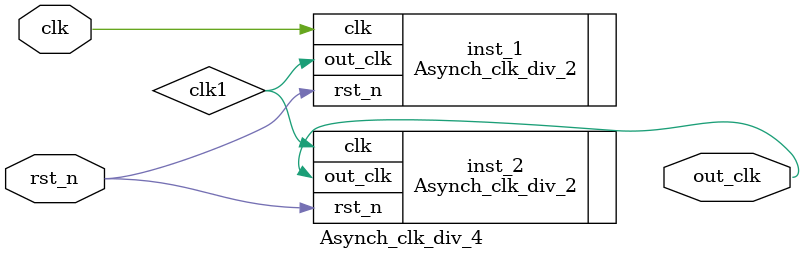
<source format=v>

module Asynch_clk_div_4(
input clk,
input rst_n,
output out_clk
); 
 
wire clk1; 
Asynch_clk_div_2 inst_1 (.clk(clk), .rst_n(rst_n), .out_clk(clk1));
Asynch_clk_div_2 inst_2 (.clk(clk1), .rst_n(rst_n), .out_clk(out_clk));
endmodule 

// instance: 
// Asynch_clk_div_4 inst_name (.clk(clk), .rst_n(rst_n), .out_clk(out_clk)); 
</source>
